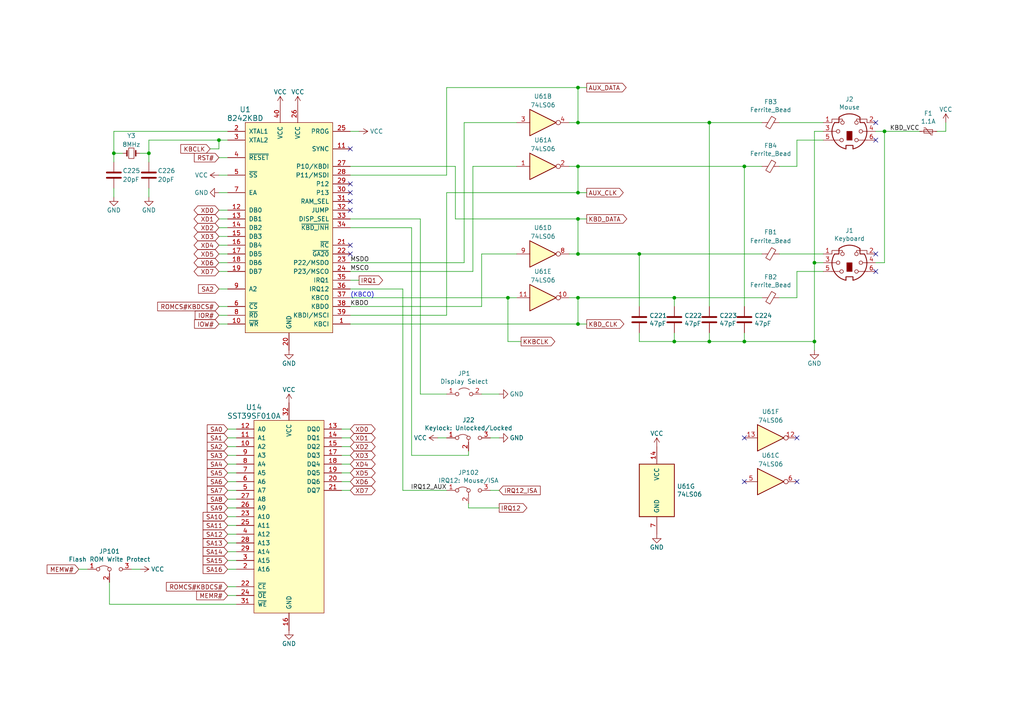
<source format=kicad_sch>
(kicad_sch (version 20231120) (generator "eeschema") (generator_version "8.0")
  (paper "A4")
  (title_block (title "PC110"))
  (lib_symbols
    (symbol "74xx:74LS06" (pin_names (offset 1.016))
      (property "Reference" "U" (at 0 1.27 0))
      (property "Value" "74LS06" (at 0 -1.27 0))
      (symbol "74LS06_1_0"
        (polyline (pts (xy -3.81 3.81) (xy -3.81 -3.81) (xy 3.81 0) (xy -3.81 3.81)) (stroke (width 0.254)) (fill (type background)))
        (pin input line (at -7.62 0 0) (length 3.81) (name "~") (number "1"))
        (pin open_collector inverted (at 7.62 0 180) (length 3.81) (name "~") (number "2"))
      )
      (symbol "74LS06_2_0"
        (polyline (pts (xy -3.81 3.81) (xy -3.81 -3.81) (xy 3.81 0) (xy -3.81 3.81)) (stroke (width 0.254)) (fill (type background)))
        (pin input line (at -7.62 0 0) (length 3.81) (name "~") (number "3"))
        (pin open_collector inverted (at 7.62 0 180) (length 3.81) (name "~") (number "4"))
      )
      (symbol "74LS06_3_0"
        (polyline (pts (xy -3.81 3.81) (xy -3.81 -3.81) (xy 3.81 0) (xy -3.81 3.81)) (stroke (width 0.254)) (fill (type background)))
        (pin input line (at -7.62 0 0) (length 3.81) (name "~") (number "5"))
        (pin open_collector inverted (at 7.62 0 180) (length 3.81) (name "~") (number "6"))
      )
      (symbol "74LS06_4_0"
        (polyline (pts (xy -3.81 3.81) (xy -3.81 -3.81) (xy 3.81 0) (xy -3.81 3.81)) (stroke (width 0.254)) (fill (type background)))
        (pin open_collector inverted (at 7.62 0 180) (length 3.81) (name "~") (number "8"))
        (pin input line (at -7.62 0 0) (length 3.81) (name "~") (number "9"))
      )
      (symbol "74LS06_5_0"
        (polyline (pts (xy -3.81 3.81) (xy -3.81 -3.81) (xy 3.81 0) (xy -3.81 3.81)) (stroke (width 0.254)) (fill (type background)))
        (pin open_collector inverted (at 7.62 0 180) (length 3.81) (name "~") (number "10"))
        (pin input line (at -7.62 0 0) (length 3.81) (name "~") (number "11"))
      )
      (symbol "74LS06_6_0"
        (polyline (pts (xy -3.81 3.81) (xy -3.81 -3.81) (xy 3.81 0) (xy -3.81 3.81)) (stroke (width 0.254)) (fill (type background)))
        (pin open_collector inverted (at 7.62 0 180) (length 3.81) (name "~") (number "12"))
        (pin input line (at -7.62 0 0) (length 3.81) (name "~") (number "13"))
      )
      (symbol "74LS06_7_0"
        (pin power_in line (at 0 12.7 270) (length 5.08) (name "VCC") (number "14"))
        (pin power_in line (at 0 -12.7 90) (length 5.08) (name "GND") (number "7"))
      )
      (symbol "74LS06_7_1"
        (rectangle (start -5.08 7.62) (end 5.08 -7.62) (stroke (width 0.254)) (fill (type background)))
      )
    )
    (symbol "Connector:Mini-DIN-6" (pin_names (offset 1.016))
      (property "Reference" "J" (at 0 6.35 0))
      (property "Value" "Mini-DIN-6" (at 0 -6.35 0))
      (symbol "Mini-DIN-6_0_1"
        (circle (center -3.302 0) (radius 0.508))
        (arc (start -3.048 -4.064) (mid 0 -5.08) (end 3.048 -4.064) (stroke (width 0.254)))
        (circle (center -2.032 -2.54) (radius 0.508))
        (circle (center -2.032 2.54) (radius 0.508))
        (arc (start -1.016 5.08) (mid -4.6243 2.1182) (end -4.318 -2.54) (stroke (width 0.254)))
        (rectangle (start -0.762 2.54) (end 0.762 0) (fill (type outline)))
        (polyline (pts (xy -3.81 0) (xy -5.08 0)))
        (polyline (pts (xy -2.54 2.54) (xy -5.08 2.54)))
        (polyline (pts (xy 2.794 2.54) (xy 5.08 2.54)))
        (polyline (pts (xy 5.08 0) (xy 3.81 0)))
        (polyline (pts (xy -4.318 -2.54) (xy -3.048 -2.54) (xy -3.048 -4.064)) (stroke (width 0.254)))
        (polyline (pts (xy 4.318 -2.54) (xy 3.048 -2.54) (xy 3.048 -4.064)) (stroke (width 0.254)))
        (polyline (pts (xy -2.032 -3.048) (xy -2.032 -3.556) (xy -5.08 -3.556) (xy -5.08 -2.54)))
        (polyline (pts (xy -1.016 5.08) (xy -1.016 4.064) (xy 1.016 4.064) (xy 1.016 5.08)) (stroke (width 0.254)))
        (polyline (pts (xy 2.032 -3.048) (xy 2.032 -3.556) (xy 5.08 -3.556) (xy 5.08 -2.54)))
        (circle (center 2.032 -2.54) (radius 0.508))
        (circle (center 2.286 2.54) (radius 0.508))
        (circle (center 3.302 0) (radius 0.508))
        (arc (start 4.318 -2.54) (mid 4.6646 2.1357) (end 1.016 5.08) (stroke (width 0.254)))
      )
      (symbol "Mini-DIN-6_1_1"
        (pin passive line (at 7.62 -2.54 180) (length 2.54) (name "~") (number "1"))
        (pin passive line (at -7.62 -2.54 0) (length 2.54) (name "~") (number "2"))
        (pin passive line (at 7.62 0 180) (length 2.54) (name "~") (number "3"))
        (pin passive line (at -7.62 0 0) (length 2.54) (name "~") (number "4"))
        (pin passive line (at 7.62 2.54 180) (length 2.54) (name "~") (number "5"))
        (pin passive line (at -7.62 2.54 0) (length 2.54) (name "~") (number "6"))
      )
    )
    (symbol "Device:C" (pin_numbers hide) (pin_names (offset 0.254))
      (property "Reference" "C" (at 0.635 2.54 0))
      (property "Value" "C" (at 0.635 -2.54 0))
      (symbol "C_0_1"
        (polyline (pts (xy -2.032 -0.762) (xy 2.032 -0.762)) (stroke (width 0.508)))
        (polyline (pts (xy -2.032 0.762) (xy 2.032 0.762)) (stroke (width 0.508)))
      )
      (symbol "C_1_1"
        (pin passive line (at 0 3.81 270) (length 2.794) (name "~") (number "1"))
        (pin passive line (at 0 -3.81 90) (length 2.794) (name "~") (number "2"))
      )
    )
    (symbol "Device:Crystal_Small" (pin_numbers hide) (pin_names (offset 1.016) hide)
      (property "Reference" "Y" (at 0 2.54 0))
      (property "Value" "Crystal_Small" (at 0 -2.54 0))
      (symbol "Crystal_Small_0_1"
        (rectangle (start -0.762 -1.524) (end 0.762 1.524))
        (polyline (pts (xy -1.27 -0.762) (xy -1.27 0.762)) (stroke (width 0.381)))
        (polyline (pts (xy 1.27 -0.762) (xy 1.27 0.762)) (stroke (width 0.381)))
      )
      (symbol "Crystal_Small_1_1"
        (pin passive line (at -2.54 0 0) (length 1.27) (name "1") (number "1"))
        (pin passive line (at 2.54 0 180) (length 1.27) (name "2") (number "2"))
      )
    )
    (symbol "Device:FerriteBead_Small" (pin_numbers hide) (pin_names (offset 0))
      (property "Reference" "FB" (at 1.905 1.27 0))
      (property "Value" "FerriteBead_Small" (at 1.905 -1.27 0))
      (symbol "FerriteBead_Small_0_1"
        (polyline (pts (xy 0 -1.27) (xy 0 -0.7874)))
        (polyline (pts (xy 0 0.889) (xy 0 1.2954)))
        (polyline (pts (xy -1.8288 0.2794) (xy -1.1176 1.4986) (xy 1.8288 -0.2032) (xy 1.1176 -1.4224) (xy -1.8288 0.2794)))
      )
      (symbol "FerriteBead_Small_1_1"
        (pin passive line (at 0 2.54 270) (length 1.27) (name "~") (number "1"))
        (pin passive line (at 0 -2.54 90) (length 1.27) (name "~") (number "2"))
      )
    )
    (symbol "Device:Polyfuse_Small" (pin_numbers hide) (pin_names (offset 0))
      (property "Reference" "F" (at -1.905 0 90))
      (property "Value" "Polyfuse_Small" (at 1.905 0 90))
      (symbol "Polyfuse_Small_0_1"
        (rectangle (start -0.508 1.27) (end 0.508 -1.27))
        (polyline (pts (xy 0 2.54) (xy 0 -2.54)))
        (polyline (pts (xy -1.016 1.27) (xy -1.016 0.762) (xy 1.016 -0.762) (xy 1.016 -1.27)))
      )
      (symbol "Polyfuse_Small_1_1"
        (pin passive line (at 0 2.54 270) (length 0.635) (name "~") (number "1"))
        (pin passive line (at 0 -2.54 90) (length 0.635) (name "~") (number "2"))
      )
    )
    (symbol "Jumper:Jumper_2_Open" (pin_names (offset 0) hide)
      (property "Reference" "JP" (at 0 2.794 0))
      (property "Value" "Jumper_2_Open" (at 0 -2.286 0))
      (symbol "Jumper_2_Open_0_0"
        (circle (center -2.032 0) (radius 0.508))
        (circle (center 2.032 0) (radius 0.508))
      )
      (symbol "Jumper_2_Open_0_1"
        (arc (start 1.524 1.27) (mid 0 1.778) (end -1.524 1.27))
      )
      (symbol "Jumper_2_Open_1_1"
        (pin passive line (at -5.08 0 0) (length 2.54) (name "A") (number "1"))
        (pin passive line (at 5.08 0 180) (length 2.54) (name "B") (number "2"))
      )
    )
    (symbol "my_components:8242KBD" (pin_names (offset 1.016))
      (property "Reference" "U" (at -12.7 34.29 0))
      (property "Value" "8242KBD" (at -12.7 31.75 0))
      (symbol "8242KBD_0_1"
        (rectangle (start 12.7 -30.48) (end -12.7 30.48) (fill (type background)))
      )
      (symbol "8242KBD_1_1"
        (pin input line (at 17.78 -27.94 180) (length 5.08) (name "KBCI") (number "1"))
        (pin input line (at -17.78 -27.94 0) (length 5.08) (name "~{WR}") (number "10"))
        (pin output line (at 17.78 22.86 180) (length 5.08) (name "SYNC") (number "11"))
        (pin bidirectional line (at -17.78 5.08 0) (length 5.08) (name "DB0") (number "12"))
        (pin bidirectional line (at -17.78 2.54 0) (length 5.08) (name "DB1") (number "13"))
        (pin bidirectional line (at -17.78 0 0) (length 5.08) (name "DB2") (number "14"))
        (pin bidirectional line (at -17.78 -2.54 0) (length 5.08) (name "DB3") (number "15"))
        (pin bidirectional line (at -17.78 -5.08 0) (length 5.08) (name "DB4") (number "16"))
        (pin bidirectional line (at -17.78 -7.62 0) (length 5.08) (name "DB5") (number "17"))
        (pin bidirectional line (at -17.78 -10.16 0) (length 5.08) (name "DB6") (number "18"))
        (pin bidirectional line (at -17.78 -12.7 0) (length 5.08) (name "DB7") (number "19"))
        (pin input line (at -17.78 27.94 0) (length 5.08) (name "XTAL1") (number "2"))
        (pin power_in line (at 0 -35.56 90) (length 5.08) (name "GND") (number "20"))
        (pin output line (at 17.78 -5.08 180) (length 5.08) (name "~{RC}") (number "21"))
        (pin output line (at 17.78 -7.62 180) (length 5.08) (name "~{GA20}") (number "22"))
        (pin bidirectional line (at 17.78 -10.16 180) (length 5.08) (name "P22/MSDO") (number "23"))
        (pin bidirectional line (at 17.78 -12.7 180) (length 5.08) (name "P23/MSCO") (number "24"))
        (pin input line (at 17.78 27.94 180) (length 5.08) (name "PROG") (number "25"))
        (pin power_in line (at 2.54 35.56 270) (length 5.08) (name "VCC") (number "26"))
        (pin bidirectional line (at 17.78 17.78 180) (length 5.08) (name "P10/KBDI") (number "27"))
        (pin bidirectional line (at 17.78 15.24 180) (length 5.08) (name "P11/MSDI") (number "28"))
        (pin bidirectional line (at 17.78 12.7 180) (length 5.08) (name "P12") (number "29"))
        (pin input line (at -17.78 25.4 0) (length 5.08) (name "XTAL2") (number "3"))
        (pin bidirectional line (at 17.78 10.16 180) (length 5.08) (name "P13") (number "30"))
        (pin input line (at 17.78 7.62 180) (length 5.08) (name "RAM_SEL") (number "31"))
        (pin input line (at 17.78 5.08 180) (length 5.08) (name "JUMP") (number "32"))
        (pin input line (at 17.78 2.54 180) (length 5.08) (name "DISP_SEL") (number "33"))
        (pin input line (at 17.78 0 180) (length 5.08) (name "~{KBD_INH}") (number "34"))
        (pin bidirectional line (at 17.78 -15.24 180) (length 5.08) (name "IRQ1") (number "35"))
        (pin bidirectional line (at 17.78 -17.78 180) (length 5.08) (name "IRQ12") (number "36"))
        (pin bidirectional line (at 17.78 -20.32 180) (length 5.08) (name "KBCO") (number "37"))
        (pin bidirectional line (at 17.78 -22.86 180) (length 5.08) (name "KBDO") (number "38"))
        (pin input line (at 17.78 -25.4 180) (length 5.08) (name "KBDI/MSCI") (number "39"))
        (pin input line (at -17.78 20.32 0) (length 5.08) (name "~{RESET}") (number "4"))
        (pin power_in line (at -2.54 35.56 270) (length 5.08) (name "VCC") (number "40"))
        (pin input line (at -17.78 15.24 0) (length 5.08) (name "~{SS}") (number "5"))
        (pin input line (at -17.78 -22.86 0) (length 5.08) (name "~{CS}") (number "6"))
        (pin input line (at -17.78 10.16 0) (length 5.08) (name "EA") (number "7"))
        (pin input line (at -17.78 -25.4 0) (length 5.08) (name "~{RD}") (number "8"))
        (pin bidirectional line (at -17.78 -17.78 0) (length 5.08) (name "A2") (number "9"))
      )
    )
    (symbol "my_components:Jumper_3_Bridged12_Passive" (pin_names (offset 0) hide)
      (property "Reference" "JP" (at -2.54 -2.54 0))
      (property "Value" "Jumper_3_Bridged12_Passive" (at 0 2.794 0))
      (symbol "Jumper_3_Bridged12_Passive_0_0"
        (circle (center -3.302 0) (radius 0.508))
        (circle (center 0 0) (radius 0.508))
        (circle (center 3.302 0) (radius 0.508))
      )
      (symbol "Jumper_3_Bridged12_Passive_0_1"
        (arc (start -0.254 0.508) (mid -1.651 0.9912) (end -3.048 0.508))
        (polyline (pts (xy 0 -1.27) (xy 0 -0.508)))
      )
      (symbol "Jumper_3_Bridged12_Passive_1_1"
        (pin passive line (at -6.35 0 0) (length 2.54) (name "A") (number "1"))
        (pin passive line (at 0 -3.81 90) (length 2.54) (name "C") (number "2"))
        (pin passive line (at 6.35 0 180) (length 2.54) (name "B") (number "3"))
      )
    )
    (symbol "my_components:SST39SF010A" (pin_names (offset 1.016))
      (property "Reference" "U" (at -10.16 31.75 0))
      (property "Value" "SST39SF010A" (at -10.16 29.21 0))
      (symbol "SST39SF010A_0_1"
        (rectangle (start 10.16 -27.94) (end -10.16 27.94) (fill (type background)))
      )
      (symbol "SST39SF010A_1_1"
        (pin input line (at -15.24 20.32 0) (length 5.08) (name "A2") (number "10"))
        (pin input line (at -15.24 22.86 0) (length 5.08) (name "A1") (number "11"))
        (pin input line (at -15.24 25.4 0) (length 5.08) (name "A0") (number "12"))
        (pin bidirectional line (at 15.24 25.4 180) (length 5.08) (name "DQ0") (number "13"))
        (pin bidirectional line (at 15.24 22.86 180) (length 5.08) (name "DQ1") (number "14"))
        (pin bidirectional line (at 15.24 20.32 180) (length 5.08) (name "DQ2") (number "15"))
        (pin power_in line (at 0 -33.02 90) (length 5.08) (name "GND") (number "16"))
        (pin bidirectional line (at 15.24 17.78 180) (length 5.08) (name "DQ3") (number "17"))
        (pin bidirectional line (at 15.24 15.24 180) (length 5.08) (name "DQ4") (number "18"))
        (pin bidirectional line (at 15.24 12.7 180) (length 5.08) (name "DQ5") (number "19"))
        (pin input line (at -15.24 -15.24 0) (length 5.08) (name "A16") (number "2"))
        (pin bidirectional line (at 15.24 10.16 180) (length 5.08) (name "DQ6") (number "20"))
        (pin bidirectional line (at 15.24 7.62 180) (length 5.08) (name "DQ7") (number "21"))
        (pin input line (at -15.24 -20.32 0) (length 5.08) (name "~{CE}") (number "22"))
        (pin input line (at -15.24 0 0) (length 5.08) (name "A10") (number "23"))
        (pin input line (at -15.24 -22.86 0) (length 5.08) (name "~{OE}") (number "24"))
        (pin input line (at -15.24 -2.54 0) (length 5.08) (name "A11") (number "25"))
        (pin input line (at -15.24 2.54 0) (length 5.08) (name "A9") (number "26"))
        (pin input line (at -15.24 5.08 0) (length 5.08) (name "A8") (number "27"))
        (pin input line (at -15.24 -7.62 0) (length 5.08) (name "A13") (number "28"))
        (pin input line (at -15.24 -10.16 0) (length 5.08) (name "A14") (number "29"))
        (pin input line (at -15.24 -12.7 0) (length 5.08) (name "A15") (number "3"))
        (pin input line (at -15.24 -25.4 0) (length 5.08) (name "~{WE}") (number "31"))
        (pin power_in line (at 0 33.02 270) (length 5.08) (name "VCC") (number "32"))
        (pin input line (at -15.24 -5.08 0) (length 5.08) (name "A12") (number "4"))
        (pin input line (at -15.24 7.62 0) (length 5.08) (name "A7") (number "5"))
        (pin input line (at -15.24 10.16 0) (length 5.08) (name "A6") (number "6"))
        (pin input line (at -15.24 12.7 0) (length 5.08) (name "A5") (number "7"))
        (pin input line (at -15.24 15.24 0) (length 5.08) (name "A4") (number "8"))
        (pin input line (at -15.24 17.78 0) (length 5.08) (name "A3") (number "9"))
      )
    )
    (symbol "power:GND" (power) (pin_names (offset 0))
      (property "Value" "GND" (at 0 -3.81 0))
      (symbol "GND_0_1"
        (polyline (pts (xy 0 0) (xy 0 -1.27) (xy 1.27 -1.27) (xy 0 -2.54) (xy -1.27 -1.27) (xy 0 -1.27)))
      )
      (symbol "GND_1_1"
        (pin power_in line (at 0 0 270) (length 0) hide (name "GND") (number "1"))
      )
    )
    (symbol "power:VCC" (power) (pin_names (offset 0))
      (property "Value" "VCC" (at 0 3.81 0))
      (symbol "VCC_0_1"
        (polyline (pts (xy -0.762 1.27) (xy 0 2.54)))
        (polyline (pts (xy 0 0) (xy 0 2.54)))
        (polyline (pts (xy 0 2.54) (xy 0.762 1.27)))
      )
      (symbol "VCC_1_1"
        (pin power_in line (at 0 0 90) (length 0) hide (name "VCC") (number "1"))
      )
    )
  )
  (junction (at 205.74 99.06))
  (junction (at 167.64 93.98))
  (junction (at 205.74 35.56))
  (junction (at 236.22 99.06))
  (junction (at 63.5 40.64))
  (junction (at 167.64 48.26))
  (junction (at 167.64 63.5))
  (junction (at 167.64 73.66))
  (junction (at 43.18 44.45))
  (junction (at 167.64 86.36))
  (junction (at 185.42 73.66))
  (junction (at 195.58 99.06))
  (junction (at 167.64 35.56))
  (junction (at 167.64 25.4))
  (junction (at 215.9 48.26))
  (junction (at 256.54 38.1))
  (junction (at 167.64 55.88))
  (junction (at 236.22 76.2))
  (junction (at 33.02 44.45))
  (junction (at 215.9 99.06))
  (junction (at 147.32 86.36))
  (junction (at 195.58 86.36))
  (no_connect (at 101.6 43.18))
  (no_connect (at 231.14 127))
  (no_connect (at 215.9 127))
  (no_connect (at 231.14 139.7))
  (no_connect (at 215.9 139.7))
  (no_connect (at 101.6 71.12))
  (no_connect (at 101.6 73.66))
  (no_connect (at 101.6 60.96))
  (no_connect (at 254 78.74))
  (no_connect (at 101.6 53.34))
  (no_connect (at 254 73.66))
  (no_connect (at 101.6 58.42))
  (no_connect (at 254 35.56))
  (no_connect (at 101.6 55.88))
  (no_connect (at 254 40.64))
  (wire (pts (xy 167.64 25.4) (xy 170.18 25.4)))
  (wire (pts (xy 101.6 132.08) (xy 99.06 132.08)))
  (wire (pts (xy 63.5 55.88) (xy 66.04 55.88)))
  (wire (pts (xy 134.62 35.56) (xy 149.86 35.56)))
  (wire (pts (xy 129.54 114.3) (xy 121.92 114.3)))
  (wire (pts (xy 68.58 134.62) (xy 66.04 134.62)))
  (wire (pts (xy 68.58 127) (xy 66.04 127)))
  (wire (pts (xy 226.06 48.26) (xy 231.14 48.26)))
  (wire (pts (xy 66.04 172.72) (xy 68.58 172.72)))
  (wire (pts (xy 274.32 38.1) (xy 274.32 35.56)))
  (wire (pts (xy 238.76 76.2) (xy 236.22 76.2)))
  (wire (pts (xy 33.02 44.45) (xy 35.56 44.45)))
  (wire (pts (xy 101.6 129.54) (xy 99.06 129.54)))
  (wire (pts (xy 167.64 35.56) (xy 205.74 35.56)))
  (wire (pts (xy 231.14 78.74) (xy 238.76 78.74)))
  (wire (pts (xy 167.64 86.36) (xy 195.58 86.36)))
  (wire (pts (xy 205.74 96.52) (xy 205.74 99.06)))
  (wire (pts (xy 139.7 73.66) (xy 139.7 88.9)))
  (wire (pts (xy 256.54 38.1) (xy 256.54 76.2)))
  (wire (pts (xy 43.18 57.15) (xy 43.18 54.61)))
  (wire (pts (xy 139.7 88.9) (xy 101.6 88.9)))
  (wire (pts (xy 68.58 142.24) (xy 66.04 142.24)))
  (wire (pts (xy 38.1 165.1) (xy 40.64 165.1)))
  (wire (pts (xy 167.64 55.88) (xy 170.18 55.88)))
  (wire (pts (xy 167.64 73.66) (xy 165.1 73.66)))
  (wire (pts (xy 236.22 99.06) (xy 236.22 101.6)))
  (wire (pts (xy 63.5 88.9) (xy 66.04 88.9)))
  (wire (pts (xy 132.08 63.5) (xy 132.08 48.26)))
  (wire (pts (xy 68.58 124.46) (xy 66.04 124.46)))
  (wire (pts (xy 68.58 149.86) (xy 66.04 149.86)))
  (wire (pts (xy 63.5 73.66) (xy 66.04 73.66)))
  (wire (pts (xy 33.02 38.1) (xy 33.02 44.45)))
  (wire (pts (xy 205.74 99.06) (xy 215.9 99.06)))
  (wire (pts (xy 139.7 114.3) (xy 144.78 114.3)))
  (wire (pts (xy 63.5 60.96) (xy 66.04 60.96)))
  (wire (pts (xy 33.02 57.15) (xy 33.02 54.61)))
  (wire (pts (xy 236.22 76.2) (xy 236.22 99.06)))
  (wire (pts (xy 101.6 78.74) (xy 137.16 78.74)))
  (wire (pts (xy 68.58 170.18) (xy 66.04 170.18)))
  (wire (pts (xy 167.64 86.36) (xy 167.64 93.98)))
  (wire (pts (xy 68.58 165.1) (xy 66.04 165.1)))
  (wire (pts (xy 142.24 127) (xy 144.78 127)))
  (wire (pts (xy 167.64 63.5) (xy 132.08 63.5)))
  (wire (pts (xy 101.6 83.82) (xy 116.84 83.82)))
  (wire (pts (xy 149.86 73.66) (xy 139.7 73.66)))
  (wire (pts (xy 101.6 81.28) (xy 104.14 81.28)))
  (wire (pts (xy 185.42 73.66) (xy 167.64 73.66)))
  (wire (pts (xy 121.92 63.5) (xy 101.6 63.5)))
  (wire (pts (xy 266.7 38.1) (xy 256.54 38.1)))
  (wire (pts (xy 101.6 66.04) (xy 119.38 66.04)))
  (wire (pts (xy 226.06 35.56) (xy 238.76 35.56)))
  (wire (pts (xy 185.42 96.52) (xy 185.42 99.06)))
  (wire (pts (xy 185.42 99.06) (xy 195.58 99.06)))
  (wire (pts (xy 68.58 147.32) (xy 66.04 147.32)))
  (wire (pts (xy 215.9 99.06) (xy 236.22 99.06)))
  (wire (pts (xy 165.1 48.26) (xy 167.64 48.26)))
  (wire (pts (xy 137.16 78.74) (xy 137.16 48.26)))
  (wire (pts (xy 167.64 35.56) (xy 167.64 25.4)))
  (wire (pts (xy 68.58 154.94) (xy 66.04 154.94)))
  (wire (pts (xy 31.75 175.26) (xy 68.58 175.26)))
  (wire (pts (xy 63.5 76.2) (xy 66.04 76.2)))
  (wire (pts (xy 68.58 132.08) (xy 66.04 132.08)))
  (wire (pts (xy 236.22 38.1) (xy 236.22 76.2)))
  (wire (pts (xy 205.74 88.9) (xy 205.74 35.56)))
  (wire (pts (xy 63.5 43.18) (xy 63.5 40.64)))
  (wire (pts (xy 238.76 38.1) (xy 236.22 38.1)))
  (wire (pts (xy 101.6 86.36) (xy 147.32 86.36)))
  (wire (pts (xy 116.84 142.24) (xy 129.54 142.24)))
  (wire (pts (xy 68.58 144.78) (xy 66.04 144.78)))
  (wire (pts (xy 271.78 38.1) (xy 274.32 38.1)))
  (wire (pts (xy 66.04 83.82) (xy 63.5 83.82)))
  (wire (pts (xy 129.54 50.8) (xy 101.6 50.8)))
  (wire (pts (xy 185.42 88.9) (xy 185.42 73.66)))
  (wire (pts (xy 167.64 35.56) (xy 165.1 35.56)))
  (wire (pts (xy 129.54 25.4) (xy 129.54 50.8)))
  (wire (pts (xy 238.76 73.66) (xy 226.06 73.66)))
  (wire (pts (xy 68.58 137.16) (xy 66.04 137.16)))
  (wire (pts (xy 167.64 63.5) (xy 170.18 63.5)))
  (wire (pts (xy 68.58 129.54) (xy 66.04 129.54)))
  (wire (pts (xy 135.89 132.08) (xy 135.89 130.81)))
  (wire (pts (xy 195.58 88.9) (xy 195.58 86.36)))
  (wire (pts (xy 68.58 162.56) (xy 66.04 162.56)))
  (wire (pts (xy 101.6 127) (xy 99.06 127)))
  (wire (pts (xy 68.58 139.7) (xy 66.04 139.7)))
  (wire (pts (xy 101.6 142.24) (xy 99.06 142.24)))
  (wire (pts (xy 119.38 132.08) (xy 135.89 132.08)))
  (wire (pts (xy 135.89 147.32) (xy 144.78 147.32)))
  (wire (pts (xy 226.06 86.36) (xy 231.14 86.36)))
  (wire (pts (xy 127 127) (xy 129.54 127)))
  (wire (pts (xy 31.75 175.26) (xy 31.75 168.91)))
  (wire (pts (xy 63.5 71.12) (xy 66.04 71.12)))
  (wire (pts (xy 66.04 40.64) (xy 63.5 40.64)))
  (wire (pts (xy 195.58 99.06) (xy 205.74 99.06)))
  (wire (pts (xy 66.04 93.98) (xy 63.5 93.98)))
  (wire (pts (xy 195.58 86.36) (xy 220.98 86.36)))
  (wire (pts (xy 66.04 45.72) (xy 63.5 45.72)))
  (wire (pts (xy 205.74 35.56) (xy 220.98 35.56)))
  (wire (pts (xy 43.18 46.99) (xy 43.18 44.45)))
  (wire (pts (xy 129.54 91.44) (xy 129.54 55.88)))
  (wire (pts (xy 147.32 86.36) (xy 149.86 86.36)))
  (wire (pts (xy 68.58 152.4) (xy 66.04 152.4)))
  (wire (pts (xy 101.6 134.62) (xy 99.06 134.62)))
  (wire (pts (xy 167.64 93.98) (xy 170.18 93.98)))
  (wire (pts (xy 147.32 86.36) (xy 147.32 99.06)))
  (wire (pts (xy 137.16 48.26) (xy 149.86 48.26)))
  (wire (pts (xy 66.04 91.44) (xy 63.5 91.44)))
  (wire (pts (xy 119.38 66.04) (xy 119.38 132.08)))
  (wire (pts (xy 231.14 48.26) (xy 231.14 40.64)))
  (wire (pts (xy 132.08 48.26) (xy 101.6 48.26)))
  (wire (pts (xy 63.5 66.04) (xy 66.04 66.04)))
  (wire (pts (xy 215.9 88.9) (xy 215.9 48.26)))
  (wire (pts (xy 43.18 44.45) (xy 43.18 40.64)))
  (wire (pts (xy 121.92 114.3) (xy 121.92 63.5)))
  (wire (pts (xy 63.5 68.58) (xy 66.04 68.58)))
  (wire (pts (xy 165.1 86.36) (xy 167.64 86.36)))
  (wire (pts (xy 220.98 73.66) (xy 185.42 73.66)))
  (wire (pts (xy 104.14 38.1) (xy 101.6 38.1)))
  (wire (pts (xy 231.14 86.36) (xy 231.14 78.74)))
  (wire (pts (xy 33.02 44.45) (xy 33.02 46.99)))
  (wire (pts (xy 101.6 91.44) (xy 129.54 91.44)))
  (wire (pts (xy 60.96 43.18) (xy 63.5 43.18)))
  (wire (pts (xy 167.64 55.88) (xy 167.64 48.26)))
  (wire (pts (xy 68.58 157.48) (xy 66.04 157.48)))
  (wire (pts (xy 215.9 96.52) (xy 215.9 99.06)))
  (wire (pts (xy 167.64 25.4) (xy 129.54 25.4)))
  (wire (pts (xy 220.98 48.26) (xy 215.9 48.26)))
  (wire (pts (xy 116.84 83.82) (xy 116.84 142.24)))
  (wire (pts (xy 134.62 76.2) (xy 134.62 35.56)))
  (wire (pts (xy 147.32 99.06) (xy 151.13 99.06)))
  (wire (pts (xy 142.24 142.24) (xy 144.78 142.24)))
  (wire (pts (xy 22.86 165.1) (xy 25.4 165.1)))
  (wire (pts (xy 135.89 146.05) (xy 135.89 147.32)))
  (wire (pts (xy 167.64 73.66) (xy 167.64 63.5)))
  (wire (pts (xy 68.58 160.02) (xy 66.04 160.02)))
  (wire (pts (xy 63.5 50.8) (xy 66.04 50.8)))
  (wire (pts (xy 63.5 63.5) (xy 66.04 63.5)))
  (wire (pts (xy 231.14 40.64) (xy 238.76 40.64)))
  (wire (pts (xy 63.5 78.74) (xy 66.04 78.74)))
  (wire (pts (xy 167.64 93.98) (xy 101.6 93.98)))
  (wire (pts (xy 43.18 44.45) (xy 40.64 44.45)))
  (wire (pts (xy 101.6 137.16) (xy 99.06 137.16)))
  (wire (pts (xy 33.02 38.1) (xy 66.04 38.1)))
  (wire (pts (xy 63.5 40.64) (xy 43.18 40.64)))
  (wire (pts (xy 256.54 76.2) (xy 254 76.2)))
  (wire (pts (xy 129.54 55.88) (xy 167.64 55.88)))
  (wire (pts (xy 167.64 48.26) (xy 215.9 48.26)))
  (wire (pts (xy 101.6 139.7) (xy 99.06 139.7)))
  (wire (pts (xy 254 38.1) (xy 256.54 38.1)))
  (wire (pts (xy 195.58 96.52) (xy 195.58 99.06)))
  (wire (pts (xy 101.6 124.46) (xy 99.06 124.46)))
  (wire (pts (xy 101.6 76.2) (xy 134.62 76.2)))
  (text "(KBCO)" (at 101.6 86.36 0) (effects (font (size 1.27 1.27)) (justify left bottom)))
  (label "KBDO" (at 101.6 88.9 0))
  (label "IRQ12_AUX" (at 129.54 142.24 180))
  (label "MSDO" (at 101.6 76.2 0))
  (label "KBD_VCC" (at 266.7 38.1 180))
  (label "MSCO" (at 101.6 78.74 0))
  (global_label "IOR#" (shape input) (at 63.5 91.44 180) (property "Intersheetrefs" "${INTERSHEET_REFS}" (effects (hide yes))))
  (global_label "KBCLK" (shape input) (at 60.96 43.18 180) (property "Intersheetrefs" "${INTERSHEET_REFS}" (effects (hide yes))))
  (global_label "XD7" (shape bidirectional) (at 63.5 78.74 180) (property "Intersheetrefs" "${INTERSHEET_REFS}" (effects (hide yes))))
  (global_label "XD2" (shape bidirectional) (at 63.5 66.04 180) (property "Intersheetrefs" "${INTERSHEET_REFS}" (effects (hide yes))))
  (global_label "AUX_DATA" (shape output) (at 170.18 25.4 0) (property "Intersheetrefs" "${INTERSHEET_REFS}" (effects (hide yes))))
  (global_label "SA3" (shape input) (at 66.04 132.08 180) (property "Intersheetrefs" "${INTERSHEET_REFS}" (effects (hide yes))))
  (global_label "XD7" (shape bidirectional) (at 101.6 142.24 0) (property "Intersheetrefs" "${INTERSHEET_REFS}" (effects (hide yes))))
  (global_label "SA7" (shape input) (at 66.04 142.24 180) (property "Intersheetrefs" "${INTERSHEET_REFS}" (effects (hide yes))))
  (global_label "SA4" (shape input) (at 66.04 134.62 180) (property "Intersheetrefs" "${INTERSHEET_REFS}" (effects (hide yes))))
  (global_label "SA2" (shape input) (at 66.04 129.54 180) (property "Intersheetrefs" "${INTERSHEET_REFS}" (effects (hide yes))))
  (global_label "XD2" (shape bidirectional) (at 101.6 129.54 0) (property "Intersheetrefs" "${INTERSHEET_REFS}" (effects (hide yes))))
  (global_label "AUX_CLK" (shape output) (at 170.18 55.88 0) (property "Intersheetrefs" "${INTERSHEET_REFS}" (effects (hide yes))))
  (global_label "MEMW#" (shape input) (at 22.86 165.1 180) (property "Intersheetrefs" "${INTERSHEET_REFS}" (effects (hide yes))))
  (global_label "XD4" (shape bidirectional) (at 63.5 71.12 180) (property "Intersheetrefs" "${INTERSHEET_REFS}" (effects (hide yes))))
  (global_label "ROMCS#KBDCS#" (shape input) (at 66.04 170.18 180) (property "Intersheetrefs" "${INTERSHEET_REFS}" (effects (hide yes))))
  (global_label "SA11" (shape input) (at 66.04 152.4 180) (property "Intersheetrefs" "${INTERSHEET_REFS}" (effects (hide yes))))
  (global_label "IOW#" (shape input) (at 63.5 93.98 180) (property "Intersheetrefs" "${INTERSHEET_REFS}" (effects (hide yes))))
  (global_label "IRQ12_ISA" (shape input) (at 144.78 142.24 0) (property "Intersheetrefs" "${INTERSHEET_REFS}" (effects (hide yes))))
  (global_label "SA15" (shape input) (at 66.04 162.56 180) (property "Intersheetrefs" "${INTERSHEET_REFS}" (effects (hide yes))))
  (global_label "SA8" (shape input) (at 66.04 144.78 180) (property "Intersheetrefs" "${INTERSHEET_REFS}" (effects (hide yes))))
  (global_label "XD0" (shape bidirectional) (at 63.5 60.96 180) (property "Intersheetrefs" "${INTERSHEET_REFS}" (effects (hide yes))))
  (global_label "KKBCLK" (shape output) (at 151.13 99.06 0) (property "Intersheetrefs" "${INTERSHEET_REFS}" (effects (hide yes))))
  (global_label "SA5" (shape input) (at 66.04 137.16 180) (property "Intersheetrefs" "${INTERSHEET_REFS}" (effects (hide yes))))
  (global_label "XD1" (shape bidirectional) (at 63.5 63.5 180) (property "Intersheetrefs" "${INTERSHEET_REFS}" (effects (hide yes))))
  (global_label "XD4" (shape bidirectional) (at 101.6 134.62 0) (property "Intersheetrefs" "${INTERSHEET_REFS}" (effects (hide yes))))
  (global_label "XD0" (shape bidirectional) (at 101.6 124.46 0) (property "Intersheetrefs" "${INTERSHEET_REFS}" (effects (hide yes))))
  (global_label "XD1" (shape bidirectional) (at 101.6 127 0) (property "Intersheetrefs" "${INTERSHEET_REFS}" (effects (hide yes))))
  (global_label "IRQ1" (shape output) (at 104.14 81.28 0) (property "Intersheetrefs" "${INTERSHEET_REFS}" (effects (hide yes))))
  (global_label "KBD_CLK" (shape output) (at 170.18 93.98 0) (property "Intersheetrefs" "${INTERSHEET_REFS}" (effects (hide yes))))
  (global_label "XD6" (shape bidirectional) (at 101.6 139.7 0) (property "Intersheetrefs" "${INTERSHEET_REFS}" (effects (hide yes))))
  (global_label "SA16" (shape input) (at 66.04 165.1 180) (property "Intersheetrefs" "${INTERSHEET_REFS}" (effects (hide yes))))
  (global_label "XD6" (shape bidirectional) (at 63.5 76.2 180) (property "Intersheetrefs" "${INTERSHEET_REFS}" (effects (hide yes))))
  (global_label "XD5" (shape bidirectional) (at 63.5 73.66 180) (property "Intersheetrefs" "${INTERSHEET_REFS}" (effects (hide yes))))
  (global_label "KBD_DATA" (shape output) (at 170.18 63.5 0) (property "Intersheetrefs" "${INTERSHEET_REFS}" (effects (hide yes))))
  (global_label "SA2" (shape input) (at 63.5 83.82 180) (property "Intersheetrefs" "${INTERSHEET_REFS}" (effects (hide yes))))
  (global_label "SA10" (shape input) (at 66.04 149.86 180) (property "Intersheetrefs" "${INTERSHEET_REFS}" (effects (hide yes))))
  (global_label "ROMCS#KBDCS#" (shape input) (at 63.5 88.9 180) (property "Intersheetrefs" "${INTERSHEET_REFS}" (effects (hide yes))))
  (global_label "SA6" (shape input) (at 66.04 139.7 180) (property "Intersheetrefs" "${INTERSHEET_REFS}" (effects (hide yes))))
  (global_label "RST#" (shape input) (at 63.5 45.72 180) (property "Intersheetrefs" "${INTERSHEET_REFS}" (effects (hide yes))))
  (global_label "SA9" (shape input) (at 66.04 147.32 180) (property "Intersheetrefs" "${INTERSHEET_REFS}" (effects (hide yes))))
  (global_label "XD3" (shape bidirectional) (at 101.6 132.08 0) (property "Intersheetrefs" "${INTERSHEET_REFS}" (effects (hide yes))))
  (global_label "SA14" (shape input) (at 66.04 160.02 180) (property "Intersheetrefs" "${INTERSHEET_REFS}" (effects (hide yes))))
  (global_label "XD3" (shape bidirectional) (at 63.5 68.58 180) (property "Intersheetrefs" "${INTERSHEET_REFS}" (effects (hide yes))))
  (global_label "MEMR#" (shape input) (at 66.04 172.72 180) (property "Intersheetrefs" "${INTERSHEET_REFS}" (effects (hide yes))))
  (global_label "SA13" (shape input) (at 66.04 157.48 180) (property "Intersheetrefs" "${INTERSHEET_REFS}" (effects (hide yes))))
  (global_label "SA12" (shape input) (at 66.04 154.94 180) (property "Intersheetrefs" "${INTERSHEET_REFS}" (effects (hide yes))))
  (global_label "XD5" (shape bidirectional) (at 101.6 137.16 0) (property "Intersheetrefs" "${INTERSHEET_REFS}" (effects (hide yes))))
  (global_label "SA1" (shape input) (at 66.04 127 180) (property "Intersheetrefs" "${INTERSHEET_REFS}" (effects (hide yes))))
  (global_label "IRQ12" (shape output) (at 144.78 147.32 0) (property "Intersheetrefs" "${INTERSHEET_REFS}" (effects (hide yes))))
  (global_label "SA0" (shape input) (at 66.04 124.46 180) (property "Intersheetrefs" "${INTERSHEET_REFS}" (effects (hide yes))))
  (symbol (lib_id "my_components:8242KBD") (at 83.82 66.04 0) (unit 1)
    (property "Reference" "U1" (at 71.12 31.75 0) (effects (font (size 1.524 1.524))))
    (property "Value" "8242KBD" (at 71.12 34.29 0) (effects (font (size 1.524 1.524))))
    (property "Footprint" "My_Components:IC_DIP40_600" (effects (hide yes)))
  )
  (symbol (lib_id "power:GND") (at 83.82 101.6 0) (unit 1)
    (property "Reference" "#PWR0255" (effects (hide yes)))
    (property "Value" "GND" (at 83.82 105.41 0))
  )
  (symbol (lib_id "power:VCC") (at 81.28 30.48 0) (unit 1)
    (property "Reference" "#PWR0256" (effects (hide yes)))
    (property "Value" "VCC" (at 81.28 26.67 0))
  )
  (symbol (lib_id "power:VCC") (at 86.36 30.48 0) (unit 1)
    (property "Reference" "#PWR0257" (effects (hide yes)))
    (property "Value" "VCC" (at 86.36 26.67 0))
  )
  (symbol (lib_id "my_components:SST39SF010A") (at 83.82 149.86 0) (unit 1)
    (property "Reference" "U14" (at 73.66 118.11 0) (effects (font (size 1.524 1.524))))
    (property "Value" "SST39SF010A" (at 73.66 120.65 0) (effects (font (size 1.524 1.524))))
    (property "Footprint" "My_Components:IC_DIP32_600" (effects (hide yes)))
  )
  (symbol (lib_id "power:VCC") (at 40.64 165.1 270) (unit 1)
    (property "Reference" "#PWR0258" (effects (hide yes)))
    (property "Value" "VCC" (at 45.72 165.1 90))
  )
  (symbol (lib_id "power:GND") (at 83.82 182.88 0) (unit 1)
    (property "Reference" "#PWR0259" (effects (hide yes)))
    (property "Value" "GND" (at 83.82 186.69 0))
  )
  (symbol (lib_id "74xx:74LS06") (at 157.48 48.26 0) (unit 1)
    (property "Reference" "U61" (at 157.48 40.64 0))
    (property "Value" "74LS06" (at 157.48 43.18 0))
    (property "Footprint" "My_Components:IC_DIP14_300" (effects (hide yes)))
    (property "Datasheet" "http://www.ti.com/lit/gpn/sn74LS06" (effects (hide yes)))
  )
  (symbol (lib_id "74xx:74LS06") (at 157.48 35.56 0) (unit 2)
    (property "Reference" "U61" (at 157.48 27.94 0))
    (property "Value" "74LS06" (at 157.48 30.48 0))
    (property "Footprint" "My_Components:IC_DIP14_300" (effects (hide yes)))
    (property "Datasheet" "http://www.ti.com/lit/gpn/sn74LS06" (effects (hide yes)))
  )
  (symbol (lib_id "74xx:74LS06") (at 223.52 139.7 0) (unit 3)
    (property "Reference" "U61" (at 223.52 132.08 0))
    (property "Value" "74LS06" (at 223.52 134.62 0))
    (property "Footprint" "My_Components:IC_DIP14_300" (effects (hide yes)))
    (property "Datasheet" "http://www.ti.com/lit/gpn/sn74LS06" (effects (hide yes)))
  )
  (symbol (lib_id "74xx:74LS06") (at 157.48 73.66 0) (unit 4)
    (property "Reference" "U61" (at 157.48 66.04 0))
    (property "Value" "74LS06" (at 157.48 68.58 0))
    (property "Footprint" "My_Components:IC_DIP14_300" (effects (hide yes)))
    (property "Datasheet" "http://www.ti.com/lit/gpn/sn74LS06" (effects (hide yes)))
  )
  (symbol (lib_id "74xx:74LS06") (at 157.48 86.36 0) (unit 5)
    (property "Reference" "U61" (at 157.48 78.74 0))
    (property "Value" "74LS06" (at 157.48 81.28 0))
    (property "Footprint" "My_Components:IC_DIP14_300" (effects (hide yes)))
    (property "Datasheet" "http://www.ti.com/lit/gpn/sn74LS06" (effects (hide yes)))
  )
  (symbol (lib_id "74xx:74LS06") (at 223.52 127 0) (unit 6)
    (property "Reference" "U61" (at 223.52 119.38 0))
    (property "Value" "74LS06" (at 223.52 121.92 0))
    (property "Footprint" "My_Components:IC_DIP14_300" (effects (hide yes)))
    (property "Datasheet" "http://www.ti.com/lit/gpn/sn74LS06" (effects (hide yes)))
  )
  (symbol (lib_id "74xx:74LS06") (at 190.5 142.24 0) (unit 7)
    (property "Reference" "U61" (at 196.342 141.0716 0) (effects (justify left)))
    (property "Value" "74LS06" (at 196.342 143.383 0) (effects (justify left)))
    (property "Footprint" "My_Components:IC_DIP14_300" (effects (hide yes)))
    (property "Datasheet" "http://www.ti.com/lit/gpn/sn74LS06" (effects (hide yes)))
  )
  (symbol (lib_id "power:GND") (at 190.5 154.94 0) (unit 1)
    (property "Reference" "#PWR0260" (effects (hide yes)))
    (property "Value" "GND" (at 190.5 158.75 0))
  )
  (symbol (lib_id "power:VCC") (at 190.5 129.54 0) (unit 1)
    (property "Reference" "#PWR0261" (effects (hide yes)))
    (property "Value" "VCC" (at 190.5 125.73 0))
  )
  (symbol (lib_id "power:GND") (at 63.5 55.88 270) (unit 1)
    (property "Reference" "#PWR0262" (effects (hide yes)))
    (property "Value" "GND" (at 58.42 55.88 90))
  )
  (symbol (lib_id "power:VCC") (at 63.5 50.8 90) (unit 1)
    (property "Reference" "#PWR0264" (effects (hide yes)))
    (property "Value" "VCC" (at 58.42 50.8 90))
  )
  (symbol (lib_id "power:VCC") (at 104.14 38.1 270) (unit 1)
    (property "Reference" "#PWR0265" (effects (hide yes)))
    (property "Value" "VCC" (at 109.22 38.1 90))
  )
  (symbol (lib_id "my_components:Jumper_3_Bridged12_Passive") (at 135.89 142.24 0) (unit 1)
    (property "Reference" "JP102" (at 135.89 137.0584 0))
    (property "Value" "IRQ12: Mouse/ISA" (at 135.89 139.3698 0))
    (property "Footprint" "My_Components:Conn_Pin_Header_3x1_2.54mm" (effects (hide yes)))
  )
  (symbol (lib_id "power:GND") (at 144.78 127 90) (unit 1)
    (property "Reference" "#PWR0266" (effects (hide yes)))
    (property "Value" "GND" (at 149.86 127 90))
  )
  (symbol (lib_id "my_components:Jumper_3_Bridged12_Passive") (at 135.89 127 0) (unit 1)
    (property "Reference" "J22" (at 135.89 121.8184 0))
    (property "Value" "Keylock: Unlocked/Locked" (at 135.89 124.1298 0))
    (property "Footprint" "My_Components:Conn_Pin_Header_3x1_2.54mm" (effects (hide yes)))
  )
  (symbol (lib_id "power:VCC") (at 127 127 90) (unit 1)
    (property "Reference" "#PWR0267" (effects (hide yes)))
    (property "Value" "VCC" (at 121.92 127 90))
  )
  (symbol (lib_id "Connector:Mini-DIN-6") (at 246.38 38.1 180) (unit 1)
    (property "Reference" "J2" (at 246.38 28.7782 0))
    (property "Value" "Mouse" (at 246.38 31.0896 0))
    (property "Footprint" "My_Components:Conn_Mini_DIN_6pin" (effects (hide yes)))
    (property "Datasheet" "http://service.powerdynamics.com/ec/Catalog17/Section%2011.pdf" (effects (hide yes)))
  )
  (symbol (lib_id "Connector:Mini-DIN-6") (at 246.38 76.2 180) (unit 1)
    (property "Reference" "J1" (at 246.38 66.8782 0))
    (property "Value" "Keyboard" (at 246.38 69.1896 0))
    (property "Footprint" "My_Components:Conn_Mini_DIN_6pin" (effects (hide yes)))
    (property "Datasheet" "http://service.powerdynamics.com/ec/Catalog17/Section%2011.pdf" (effects (hide yes)))
  )
  (symbol (lib_id "Device:Polyfuse_Small") (at 269.24 38.1 270) (mirror x) (unit 1)
    (property "Reference" "F1" (at 269.24 32.893 90))
    (property "Value" "1.1A" (at 269.24 35.2044 90))
    (property "Footprint" "Fuse:Fuse_Littelfuse_395Series" (effects (hide yes)))
  )
  (symbol (lib_id "power:VCC") (at 274.32 35.56 0) (mirror y) (unit 1)
    (property "Reference" "#PWR0269" (effects (hide yes)))
    (property "Value" "VCC" (at 274.32 31.75 0))
  )
  (symbol (lib_id "power:GND") (at 236.22 101.6 0) (mirror y) (unit 1)
    (property "Reference" "#PWR0268" (effects (hide yes)))
    (property "Value" "GND" (at 236.22 105.41 0))
  )
  (symbol (lib_id "Device:FerriteBead_Small") (at 223.52 73.66 270) (unit 1)
    (property "Reference" "FB1" (at 223.52 67.31 90))
    (property "Value" "Ferrite_Bead" (at 223.52 69.85 90))
    (property "Footprint" "Inductor_SMD:L_0603_1608Metric_Pad1.05x0.95mm_HandSolder" (effects (hide yes)))
  )
  (symbol (lib_id "Device:FerriteBead_Small") (at 223.52 86.36 270) (unit 1)
    (property "Reference" "FB2" (at 223.52 80.3402 90))
    (property "Value" "Ferrite_Bead" (at 223.52 82.6516 90))
    (property "Footprint" "Inductor_SMD:L_0603_1608Metric_Pad1.05x0.95mm_HandSolder" (effects (hide yes)))
  )
  (symbol (lib_id "Device:FerriteBead_Small") (at 223.52 35.56 270) (unit 1)
    (property "Reference" "FB3" (at 223.52 29.5402 90))
    (property "Value" "Ferrite_Bead" (at 223.52 31.8516 90))
    (property "Footprint" "Inductor_SMD:L_0603_1608Metric_Pad1.05x0.95mm_HandSolder" (effects (hide yes)))
  )
  (symbol (lib_id "Device:FerriteBead_Small") (at 223.52 48.26 270) (unit 1)
    (property "Reference" "FB4" (at 223.52 42.2402 90))
    (property "Value" "Ferrite_Bead" (at 223.52 44.5516 90))
    (property "Footprint" "Inductor_SMD:L_0603_1608Metric_Pad1.05x0.95mm_HandSolder" (effects (hide yes)))
  )
  (symbol (lib_id "Device:C") (at 185.42 92.71 0) (unit 1)
    (property "Reference" "C221" (at 188.341 91.5416 0) (effects (justify left)))
    (property "Value" "47pF" (at 188.341 93.853 0) (effects (justify left)))
    (property "Footprint" "Capacitor_SMD:C_0603_1608Metric_Pad1.08x0.95mm_HandSolder" (effects (hide yes)))
  )
  (symbol (lib_id "Device:C") (at 195.58 92.71 0) (unit 1)
    (property "Reference" "C222" (at 198.501 91.5416 0) (effects (justify left)))
    (property "Value" "47pF" (at 198.501 93.853 0) (effects (justify left)))
    (property "Footprint" "Capacitor_SMD:C_0603_1608Metric_Pad1.08x0.95mm_HandSolder" (effects (hide yes)))
  )
  (symbol (lib_id "Device:C") (at 205.74 92.71 0) (unit 1)
    (property "Reference" "C223" (at 208.661 91.5416 0) (effects (justify left)))
    (property "Value" "47pF" (at 208.661 93.853 0) (effects (justify left)))
    (property "Footprint" "Capacitor_SMD:C_0603_1608Metric_Pad1.08x0.95mm_HandSolder" (effects (hide yes)))
  )
  (symbol (lib_id "Device:C") (at 215.9 92.71 0) (unit 1)
    (property "Reference" "C224" (at 218.821 91.5416 0) (effects (justify left)))
    (property "Value" "47pF" (at 218.821 93.853 0) (effects (justify left)))
    (property "Footprint" "Capacitor_SMD:C_0603_1608Metric_Pad1.08x0.95mm_HandSolder" (effects (hide yes)))
  )
  (symbol (lib_id "Jumper:Jumper_2_Open") (at 134.62 114.3 0) (unit 1)
    (property "Reference" "JP1" (at 134.62 108.331 0))
    (property "Value" "Display Select" (at 134.62 110.6424 0))
    (property "Footprint" "My_Components:Conn_Pin_Header_2x1_2.54mm" (effects (hide yes)))
  )
  (symbol (lib_id "power:GND") (at 144.78 114.3 90) (unit 1)
    (property "Reference" "#PWR0270" (effects (hide yes)))
    (property "Value" "GND" (at 149.86 114.3 90))
  )
  (symbol (lib_id "my_components:Jumper_3_Bridged12_Passive") (at 31.75 165.1 0) (unit 1)
    (property "Reference" "JP101" (at 31.75 159.9184 0))
    (property "Value" "Flash ROM Write Protect" (at 31.75 162.2298 0))
    (property "Footprint" "My_Components:Conn_Pin_Header_3x1_2.54mm" (effects (hide yes)))
  )
  (symbol (lib_id "power:VCC") (at 83.82 116.84 0) (unit 1)
    (property "Reference" "#PWR0296" (effects (hide yes)))
    (property "Value" "VCC" (at 83.82 113.03 0))
  )
  (symbol (lib_id "Device:Crystal_Small") (at 38.1 44.45 0) (unit 1)
    (property "Reference" "Y3" (at 38.1 39.37 0))
    (property "Value" "8MHz" (at 38.1 41.91 0))
    (property "Footprint" "My_Components:Crystal_32K_Horiz" (effects (hide yes)))
  )
  (symbol (lib_id "Device:C") (at 33.02 50.8 0) (unit 1)
    (property "Reference" "C225" (at 35.56 49.53 0) (effects (justify left)))
    (property "Value" "20pF" (at 35.56 52.07 0) (effects (justify left)))
    (property "Footprint" "Capacitor_SMD:C_0603_1608Metric_Pad1.08x0.95mm_HandSolder" (effects (hide yes)))
  )
  (symbol (lib_id "power:GND") (at 43.18 57.15 0) (unit 1)
    (property "Reference" "#PWR0492" (effects (hide yes)))
    (property "Value" "GND" (at 43.18 60.96 0))
  )
  (symbol (lib_id "Device:C") (at 43.18 50.8 0) (unit 1)
    (property "Reference" "C226" (at 45.72 49.53 0) (effects (justify left)))
    (property "Value" "20pF" (at 45.72 52.07 0) (effects (justify left)))
    (property "Footprint" "Capacitor_SMD:C_0603_1608Metric_Pad1.08x0.95mm_HandSolder" (effects (hide yes)))
  )
  (symbol (lib_id "power:GND") (at 33.02 57.15 0) (unit 1)
    (property "Reference" "#PWR0491" (effects (hide yes)))
    (property "Value" "GND" (at 33.02 60.96 0))
  )
)
</source>
